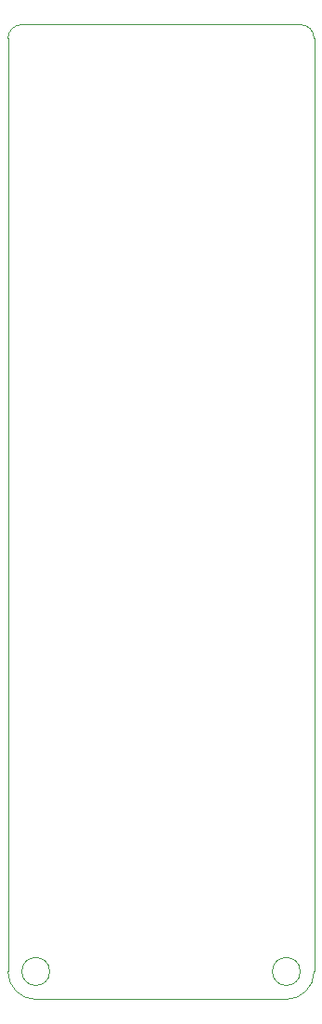
<source format=gbr>
%TF.GenerationSoftware,KiCad,Pcbnew,(5.1.6)-1*%
%TF.CreationDate,2020-07-20T18:07:10+02:00*%
%TF.ProjectId,ESP32-S2-WROOM,45535033-322d-4533-922d-57524f4f4d2e,rev?*%
%TF.SameCoordinates,Original*%
%TF.FileFunction,Profile,NP*%
%FSLAX46Y46*%
G04 Gerber Fmt 4.6, Leading zero omitted, Abs format (unit mm)*
G04 Created by KiCad (PCBNEW (5.1.6)-1) date 2020-07-20 18:07:10*
%MOMM*%
%LPD*%
G01*
G04 APERTURE LIST*
%TA.AperFunction,Profile*%
%ADD10C,0.050000*%
%TD*%
G04 APERTURE END LIST*
D10*
X86360000Y-125730000D02*
G75*
G03*
X86360000Y-125730000I-1270000J0D01*
G01*
X109220000Y-125730000D02*
G75*
G03*
X109220000Y-125730000I-1270000J0D01*
G01*
X110490000Y-125730000D02*
G75*
G02*
X107950000Y-128270000I-2540000J0D01*
G01*
X85090000Y-128270000D02*
G75*
G02*
X82550000Y-125730000I0J2540000D01*
G01*
X109220000Y-39370000D02*
G75*
G02*
X110490000Y-40640000I0J-1270000D01*
G01*
X82550000Y-40640000D02*
G75*
G02*
X83820000Y-39370000I1270000J0D01*
G01*
X82550000Y-41910000D02*
X82550000Y-40640000D01*
X109220000Y-39370000D02*
X83820000Y-39370000D01*
X110490000Y-41910000D02*
X110490000Y-40640000D01*
X85090000Y-128270000D02*
X107950000Y-128270000D01*
X82550000Y-41910000D02*
X82550000Y-125730000D01*
X110490000Y-41910000D02*
X110490000Y-125730000D01*
M02*

</source>
